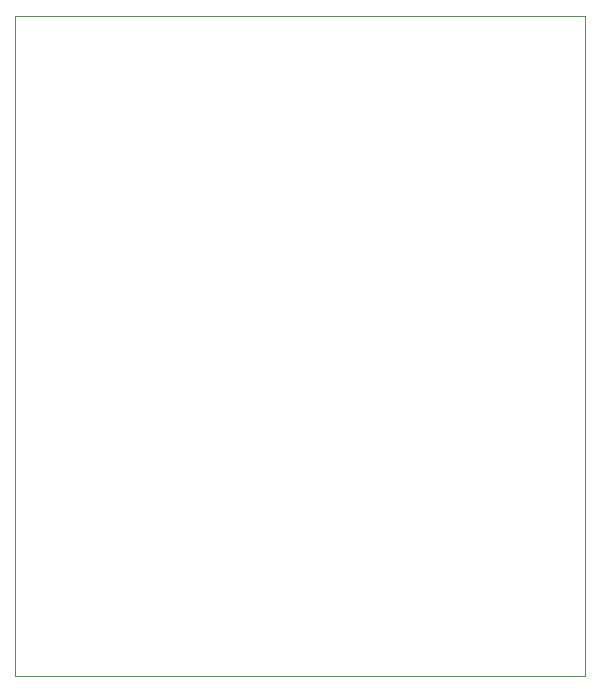
<source format=gbr>
%TF.GenerationSoftware,KiCad,Pcbnew,5.1.9+dfsg1-1*%
%TF.CreationDate,2021-11-12T22:38:19+01:00*%
%TF.ProjectId,motor_board_v2,6d6f746f-725f-4626-9f61-72645f76322e,rev?*%
%TF.SameCoordinates,Original*%
%TF.FileFunction,Profile,NP*%
%FSLAX46Y46*%
G04 Gerber Fmt 4.6, Leading zero omitted, Abs format (unit mm)*
G04 Created by KiCad (PCBNEW 5.1.9+dfsg1-1) date 2021-11-12 22:38:19*
%MOMM*%
%LPD*%
G01*
G04 APERTURE LIST*
%TA.AperFunction,Profile*%
%ADD10C,0.050000*%
%TD*%
G04 APERTURE END LIST*
D10*
X182880000Y-33020000D02*
X182880000Y-88900000D01*
X231140000Y-88900000D02*
X182880000Y-88900000D01*
X231140000Y-33020000D02*
X231140000Y-88900000D01*
X182880000Y-33020000D02*
X231140000Y-33020000D01*
M02*

</source>
